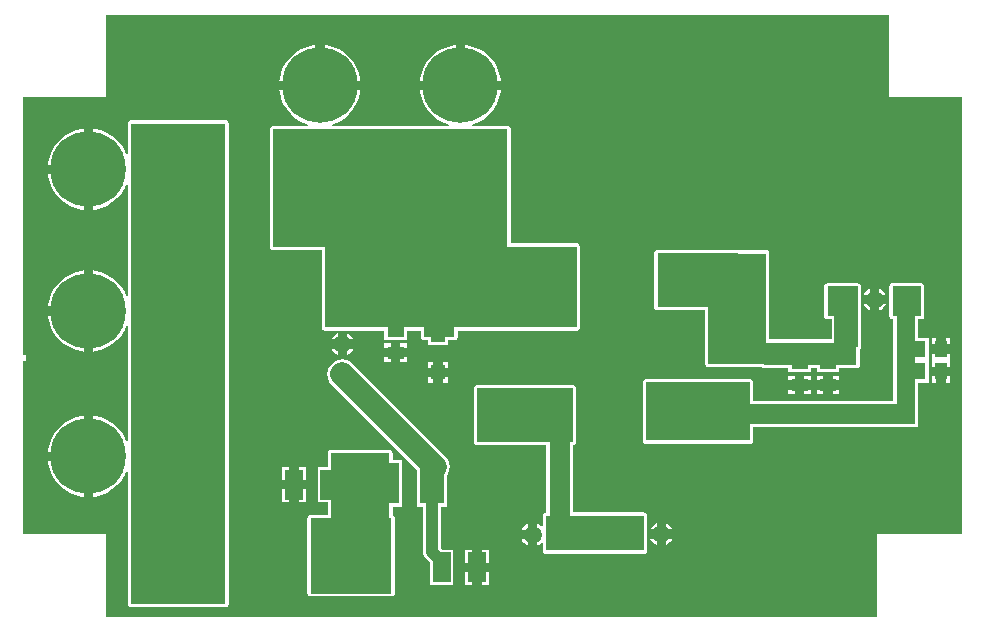
<source format=gtl>
G04*
G04 #@! TF.GenerationSoftware,Altium Limited,Altium Designer,20.0.12 (288)*
G04*
G04 Layer_Physical_Order=1*
G04 Layer_Color=255*
%FSLAX25Y25*%
%MOIN*%
G70*
G01*
G75*
%ADD15R,0.07874X0.13780*%
%ADD16R,0.04803X0.04724*%
%ADD17R,0.05512X0.04134*%
%ADD18R,0.04134X0.05512*%
%ADD19R,0.05906X0.09843*%
%ADD30C,0.07874*%
%ADD31C,0.03937*%
%ADD32R,0.19291X0.37008*%
%ADD33R,0.57480X0.06693*%
%ADD34R,0.34646X0.19685*%
%ADD35R,0.07087X0.27165*%
%ADD36R,0.31890X0.18110*%
%ADD37R,0.06299X0.34646*%
%ADD38R,0.07874X0.14961*%
%ADD39R,0.31102X0.07480*%
%ADD40R,0.10236X0.09843*%
%ADD41R,0.27165X0.18110*%
%ADD42R,0.32677X0.11811*%
%ADD43R,0.09449X0.10236*%
%ADD44R,0.10236X0.04724*%
%ADD45R,0.83957X0.27165*%
%ADD46R,0.78347X0.39370*%
%ADD47R,0.27165X0.25197*%
%ADD48R,0.19685X0.22441*%
%ADD49R,0.31496X1.60236*%
%ADD50R,0.05906X0.05906*%
%ADD51C,0.05906*%
%ADD52C,0.25197*%
%ADD53R,0.05512X0.09449*%
%ADD54C,0.02362*%
G36*
X292520Y204724D02*
Y177165D01*
X316929Y177165D01*
Y31496D01*
X288583D01*
Y3937D01*
X31496D01*
Y31496D01*
X3937D01*
Y89113D01*
X4437Y89264D01*
X4823Y88687D01*
Y90256D01*
Y91825D01*
X4437Y91247D01*
X3937Y91399D01*
Y177165D01*
X31496D01*
Y204724D01*
X292520Y204724D01*
D02*
G37*
%LPC*%
G36*
X151181Y194619D02*
Y182677D01*
X163123D01*
X163079Y183236D01*
X162579Y185318D01*
X161760Y187295D01*
X160642Y189120D01*
X159252Y190748D01*
X157624Y192138D01*
X155799Y193256D01*
X153821Y194075D01*
X151740Y194575D01*
X151181Y194619D01*
D02*
G37*
G36*
X104331D02*
Y182677D01*
X116272D01*
X116228Y183236D01*
X115729Y185318D01*
X114910Y187295D01*
X113791Y189120D01*
X112401Y190748D01*
X110774Y192138D01*
X108949Y193256D01*
X106971Y194075D01*
X104890Y194575D01*
X104331Y194619D01*
D02*
G37*
G36*
X101181D02*
X100622Y194575D01*
X98541Y194075D01*
X96563Y193256D01*
X94738Y192138D01*
X93111Y190748D01*
X91720Y189120D01*
X90602Y187295D01*
X89783Y185318D01*
X89283Y183236D01*
X89239Y182677D01*
X101181D01*
Y194619D01*
D02*
G37*
G36*
X148031D02*
X147473Y194575D01*
X145391Y194075D01*
X143414Y193256D01*
X141589Y192138D01*
X139961Y190748D01*
X138571Y189120D01*
X137452Y187295D01*
X136633Y185318D01*
X136134Y183236D01*
X136090Y182677D01*
X148031D01*
Y194619D01*
D02*
G37*
G36*
X71260Y169524D02*
X39764D01*
X39374Y169446D01*
X39043Y169225D01*
X38822Y168894D01*
X38744Y168504D01*
Y158235D01*
X38244Y158135D01*
X37744Y159342D01*
X36626Y161167D01*
X35236Y162795D01*
X33608Y164185D01*
X31783Y165303D01*
X29806Y166122D01*
X27724Y166622D01*
X27165Y166666D01*
Y153150D01*
Y139633D01*
X27724Y139677D01*
X29806Y140177D01*
X31783Y140996D01*
X33608Y142114D01*
X35236Y143504D01*
X36626Y145132D01*
X37744Y146957D01*
X38244Y148164D01*
X38744Y148064D01*
Y110991D01*
X38244Y110891D01*
X37744Y112098D01*
X36626Y113923D01*
X35236Y115551D01*
X33608Y116941D01*
X31783Y118059D01*
X29806Y118878D01*
X27724Y119378D01*
X27165Y119422D01*
Y105905D01*
Y92389D01*
X27724Y92433D01*
X29806Y92933D01*
X31783Y93752D01*
X33608Y94870D01*
X35236Y96260D01*
X36626Y97888D01*
X37744Y99713D01*
X38244Y100920D01*
X38744Y100820D01*
Y62566D01*
X38244Y62466D01*
X37744Y63673D01*
X36626Y65498D01*
X35236Y67126D01*
X33608Y68516D01*
X31783Y69634D01*
X29806Y70453D01*
X27724Y70953D01*
X27165Y70997D01*
Y57480D01*
Y43964D01*
X27724Y44008D01*
X29806Y44508D01*
X31783Y45327D01*
X33608Y46445D01*
X35236Y47835D01*
X36626Y49463D01*
X37744Y51288D01*
X38244Y52495D01*
X38744Y52395D01*
Y8268D01*
X38822Y7878D01*
X39043Y7547D01*
X39374Y7326D01*
X39764Y7248D01*
X71260D01*
X71650Y7326D01*
X71981Y7547D01*
X72202Y7878D01*
X72279Y8268D01*
Y168504D01*
X72202Y168894D01*
X71981Y169225D01*
X71650Y169446D01*
X71260Y169524D01*
D02*
G37*
G36*
X24016Y166666D02*
X23457Y166622D01*
X21375Y166122D01*
X19398Y165303D01*
X17573Y164185D01*
X15945Y162795D01*
X14555Y161167D01*
X13437Y159342D01*
X12618Y157365D01*
X12118Y155283D01*
X12074Y154724D01*
X24016D01*
Y166666D01*
D02*
G37*
G36*
Y151575D02*
X12074D01*
X12118Y151016D01*
X12618Y148934D01*
X13437Y146957D01*
X14555Y145132D01*
X15945Y143504D01*
X17573Y142114D01*
X19398Y140996D01*
X21375Y140177D01*
X23457Y139677D01*
X24016Y139633D01*
Y151575D01*
D02*
G37*
G36*
X289272Y113370D02*
Y111319D01*
X291323D01*
X291150Y111738D01*
X290516Y112563D01*
X289690Y113197D01*
X289272Y113370D01*
D02*
G37*
G36*
X286122Y113370D02*
X285703Y113197D01*
X284878Y112563D01*
X284244Y111738D01*
X284071Y111319D01*
X286122D01*
Y113370D01*
D02*
G37*
G36*
X24016Y119422D02*
X23457Y119378D01*
X21375Y118878D01*
X19398Y118059D01*
X17573Y116941D01*
X15945Y115551D01*
X14555Y113923D01*
X13437Y112098D01*
X12618Y110121D01*
X12118Y108039D01*
X12074Y107480D01*
X24016D01*
Y119422D01*
D02*
G37*
G36*
X286122Y108169D02*
X284071D01*
X284244Y107751D01*
X284878Y106925D01*
X285703Y106291D01*
X286122Y106118D01*
Y108169D01*
D02*
G37*
G36*
X291323D02*
X289272D01*
Y106118D01*
X289690Y106291D01*
X290516Y106925D01*
X291150Y107751D01*
X291323Y108169D01*
D02*
G37*
G36*
X111811Y98508D02*
Y96457D01*
X113862D01*
X113689Y96875D01*
X113055Y97701D01*
X112230Y98335D01*
X111811Y98508D01*
D02*
G37*
G36*
X108661D02*
X108243Y98335D01*
X107417Y97701D01*
X106783Y96875D01*
X106610Y96457D01*
X108661D01*
Y98508D01*
D02*
G37*
G36*
X312909Y97063D02*
X311417D01*
Y94882D01*
X312909D01*
Y97063D01*
D02*
G37*
G36*
X308268D02*
X306776D01*
Y94882D01*
X308268D01*
Y97063D01*
D02*
G37*
G36*
X116272Y179528D02*
X102756D01*
X89239D01*
X89283Y178969D01*
X89783Y176887D01*
X90602Y174910D01*
X91720Y173085D01*
X93111Y171457D01*
X94738Y170067D01*
X96563Y168949D01*
X98541Y168130D01*
X98851Y168055D01*
X98792Y167555D01*
X87008D01*
X86618Y167477D01*
X86287Y167256D01*
X86066Y166926D01*
X85988Y166535D01*
Y127165D01*
X86066Y126775D01*
X86287Y126444D01*
X86618Y126223D01*
X87008Y126146D01*
X103311D01*
Y100394D01*
X103389Y100004D01*
X103610Y99673D01*
X103940Y99452D01*
X104331Y99374D01*
X124197D01*
Y96244D01*
X131709D01*
Y99374D01*
X136382D01*
Y97244D01*
X136460Y96854D01*
X136681Y96523D01*
X137011Y96302D01*
X137402Y96224D01*
X138724D01*
Y94669D01*
X145528D01*
Y96224D01*
X147638D01*
X148028Y96302D01*
X148359Y96523D01*
X148580Y96854D01*
X148657Y97244D01*
Y99374D01*
X188287D01*
X188678Y99452D01*
X189008Y99673D01*
X189229Y100004D01*
X189307Y100394D01*
Y127559D01*
X189229Y127949D01*
X189008Y128280D01*
X188678Y128501D01*
X188287Y128579D01*
X166374D01*
Y166535D01*
X166296Y166926D01*
X166075Y167256D01*
X165744Y167477D01*
X165354Y167555D01*
X153570D01*
X153511Y168055D01*
X153821Y168130D01*
X155799Y168949D01*
X157624Y170067D01*
X159252Y171457D01*
X160642Y173085D01*
X161760Y174910D01*
X162579Y176887D01*
X163079Y178969D01*
X163123Y179528D01*
X149606D01*
X136090D01*
X136134Y178969D01*
X136633Y176887D01*
X137452Y174910D01*
X138571Y173085D01*
X139961Y171457D01*
X141589Y170067D01*
X143414Y168949D01*
X145391Y168130D01*
X145701Y168055D01*
X145642Y167555D01*
X106720D01*
X106661Y168055D01*
X106971Y168130D01*
X108949Y168949D01*
X110774Y170067D01*
X112401Y171457D01*
X113791Y173085D01*
X114910Y174910D01*
X115729Y176887D01*
X116228Y178969D01*
X116272Y179528D01*
D02*
G37*
G36*
X131709Y95095D02*
X129528D01*
Y93602D01*
X131709D01*
Y95095D01*
D02*
G37*
G36*
X126378D02*
X124197D01*
Y93602D01*
X126378D01*
Y95095D01*
D02*
G37*
G36*
X24016Y104331D02*
X12074D01*
X12118Y103772D01*
X12618Y101690D01*
X13437Y99713D01*
X14555Y97888D01*
X15945Y96260D01*
X17573Y94870D01*
X19398Y93752D01*
X21375Y92933D01*
X23457Y92433D01*
X24016Y92389D01*
Y104331D01*
D02*
G37*
G36*
X113862Y93307D02*
X111811D01*
Y91256D01*
X112230Y91429D01*
X113055Y92063D01*
X113689Y92888D01*
X113862Y93307D01*
D02*
G37*
G36*
X108661D02*
X106610D01*
X106783Y92888D01*
X107417Y92063D01*
X108243Y91429D01*
X108661Y91256D01*
Y93307D01*
D02*
G37*
G36*
X131709Y90453D02*
X129528D01*
Y88961D01*
X131709D01*
Y90453D01*
D02*
G37*
G36*
X126378D02*
X124197D01*
Y88961D01*
X126378D01*
Y90453D01*
D02*
G37*
G36*
X312909Y91732D02*
X309842D01*
X306776D01*
Y89551D01*
Y87402D01*
X309842D01*
X312909D01*
Y89551D01*
Y91732D01*
D02*
G37*
G36*
X145528Y88795D02*
X143701D01*
Y87008D01*
X145528D01*
Y88795D01*
D02*
G37*
G36*
X140551D02*
X138724D01*
Y87008D01*
X140551D01*
Y88795D01*
D02*
G37*
G36*
X242224Y126315D02*
X215059D01*
X214669Y126237D01*
X214338Y126016D01*
X214117Y125685D01*
X214039Y125295D01*
Y107185D01*
X214117Y106795D01*
X214338Y106464D01*
X214669Y106243D01*
X215059Y106165D01*
X231264D01*
Y88189D01*
X231342Y87799D01*
X231562Y87468D01*
X231893Y87247D01*
X232283Y87169D01*
X250120D01*
X250299Y87050D01*
X250689Y86972D01*
X258941D01*
Y85516D01*
X266453D01*
Y86972D01*
X268390D01*
Y85516D01*
X275902D01*
Y86972D01*
X281791D01*
X282182Y87050D01*
X282512Y87271D01*
X282733Y87602D01*
X282811Y87992D01*
Y93113D01*
X282906Y93177D01*
X283127Y93507D01*
X283205Y93898D01*
Y108858D01*
X283127Y109248D01*
X283106Y109280D01*
Y114075D01*
X283029Y114465D01*
X282808Y114796D01*
X282477Y115017D01*
X282087Y115094D01*
X271850D01*
X271460Y115017D01*
X271129Y114796D01*
X270908Y114465D01*
X270831Y114075D01*
Y104232D01*
X270908Y103842D01*
X271129Y103511D01*
X271460Y103290D01*
X271850Y103213D01*
X273291D01*
Y96492D01*
X252594D01*
Y125197D01*
X252517Y125587D01*
X252296Y125918D01*
X251965Y126139D01*
X251575Y126216D01*
X242646D01*
X242615Y126237D01*
X242224Y126315D01*
D02*
G37*
G36*
X275902Y84366D02*
X273721D01*
Y82874D01*
X275902D01*
Y84366D01*
D02*
G37*
G36*
X270571D02*
X268390D01*
Y82874D01*
X270571D01*
Y84366D01*
D02*
G37*
G36*
X266453D02*
X264272D01*
Y82874D01*
X266453D01*
Y84366D01*
D02*
G37*
G36*
X261122D02*
X258941D01*
Y82874D01*
X261122D01*
Y84366D01*
D02*
G37*
G36*
X312909Y84252D02*
X311417D01*
Y82071D01*
X312909D01*
Y84252D01*
D02*
G37*
G36*
X308268D02*
X306776D01*
Y82071D01*
X308268D01*
Y84252D01*
D02*
G37*
G36*
X145528Y83858D02*
X143701D01*
Y82071D01*
X145528D01*
Y83858D01*
D02*
G37*
G36*
X140551D02*
X138724D01*
Y82071D01*
X140551D01*
Y83858D01*
D02*
G37*
G36*
X275902Y79724D02*
X273721D01*
Y78232D01*
X275902D01*
Y79724D01*
D02*
G37*
G36*
X270571D02*
X268390D01*
Y78232D01*
X270571D01*
Y79724D01*
D02*
G37*
G36*
X266453D02*
X264272D01*
Y78232D01*
X266453D01*
Y79724D01*
D02*
G37*
G36*
X261122D02*
X258941D01*
Y78232D01*
X261122D01*
Y79724D01*
D02*
G37*
G36*
X303063Y115377D02*
X293614D01*
X293224Y115300D01*
X292893Y115079D01*
X292672Y114748D01*
X292594Y114358D01*
Y104121D01*
X292672Y103731D01*
X292893Y103401D01*
X293224Y103179D01*
X293614Y103102D01*
X293862D01*
Y75823D01*
X247083D01*
Y82284D01*
X247005Y82674D01*
X246784Y83004D01*
X246453Y83225D01*
X246063Y83303D01*
X211417D01*
X211027Y83225D01*
X210696Y83004D01*
X210475Y82674D01*
X210398Y82284D01*
Y62598D01*
X210475Y62208D01*
X210696Y61878D01*
X211027Y61656D01*
X211417Y61579D01*
X246063D01*
X246453Y61656D01*
X246784Y61878D01*
X247005Y62208D01*
X247083Y62598D01*
Y67091D01*
X301181D01*
X301571Y67168D01*
X301902Y67389D01*
X302123Y67720D01*
X302201Y68110D01*
Y74803D01*
Y82071D01*
X305626D01*
Y89551D01*
Y97063D01*
X302201D01*
Y103102D01*
X303063D01*
X303453Y103179D01*
X303784Y103401D01*
X304005Y103731D01*
X304082Y104121D01*
Y114358D01*
X304005Y114748D01*
X303784Y115079D01*
X303453Y115300D01*
X303063Y115377D01*
D02*
G37*
G36*
X24016Y70997D02*
X23457Y70953D01*
X21375Y70453D01*
X19398Y69634D01*
X17573Y68516D01*
X15945Y67126D01*
X14555Y65498D01*
X13437Y63673D01*
X12618Y61695D01*
X12118Y59614D01*
X12074Y59055D01*
X24016D01*
Y70997D01*
D02*
G37*
G36*
X98047Y53953D02*
X95669D01*
Y49606D01*
X98047D01*
Y53953D01*
D02*
G37*
G36*
X92520D02*
X90142D01*
Y49606D01*
X92520D01*
Y53953D01*
D02*
G37*
G36*
X24016Y55905D02*
X12074D01*
X12118Y55347D01*
X12618Y53265D01*
X13437Y51288D01*
X14555Y49463D01*
X15945Y47835D01*
X17573Y46445D01*
X19398Y45327D01*
X21375Y44508D01*
X23457Y44008D01*
X24016Y43964D01*
Y55905D01*
D02*
G37*
G36*
X98047Y46457D02*
X95669D01*
Y42110D01*
X98047D01*
Y46457D01*
D02*
G37*
G36*
X92520D02*
X90142D01*
Y42110D01*
X92520D01*
Y46457D01*
D02*
G37*
G36*
X187008Y81335D02*
X155118D01*
X154728Y81257D01*
X154397Y81036D01*
X154176Y80705D01*
X154098Y80315D01*
Y62205D01*
X154176Y61814D01*
X154397Y61484D01*
X154728Y61263D01*
X155118Y61185D01*
X178114D01*
Y38815D01*
X178051D01*
X177661Y38737D01*
X177330Y38516D01*
X177109Y38185D01*
X177032Y37795D01*
Y34225D01*
X176558Y34064D01*
X176441Y34217D01*
X175616Y34850D01*
X175197Y35024D01*
Y31398D01*
Y27771D01*
X175616Y27945D01*
X176441Y28578D01*
X176558Y28731D01*
X177032Y28570D01*
Y25984D01*
X177109Y25594D01*
X177330Y25263D01*
X177661Y25042D01*
X178051Y24965D01*
X210728D01*
X211119Y25042D01*
X211449Y25263D01*
X211670Y25594D01*
X211748Y25984D01*
Y37795D01*
X211670Y38185D01*
X211449Y38516D01*
X211119Y38737D01*
X210728Y38815D01*
X187240D01*
Y61231D01*
X187398Y61263D01*
X187729Y61484D01*
X187950Y61814D01*
X188028Y62205D01*
Y80315D01*
X187950Y80705D01*
X187729Y81036D01*
X187398Y81257D01*
X187008Y81335D01*
D02*
G37*
G36*
X218110Y35221D02*
Y33169D01*
X220162D01*
X219988Y33588D01*
X219355Y34414D01*
X218529Y35047D01*
X218110Y35221D01*
D02*
G37*
G36*
X214961Y35221D02*
X214542Y35047D01*
X213716Y34414D01*
X213083Y33588D01*
X212909Y33169D01*
X214961D01*
Y35221D01*
D02*
G37*
G36*
X172047Y35024D02*
X171629Y34850D01*
X170803Y34217D01*
X170169Y33391D01*
X169996Y32972D01*
X172047D01*
Y35024D01*
D02*
G37*
G36*
X220162Y30020D02*
X218110D01*
Y27968D01*
X218529Y28142D01*
X219355Y28775D01*
X219988Y29601D01*
X220162Y30020D01*
D02*
G37*
G36*
X214961D02*
X212909D01*
X213083Y29601D01*
X213716Y28775D01*
X214542Y28142D01*
X214961Y27968D01*
Y30020D01*
D02*
G37*
G36*
X172047Y29823D02*
X169996D01*
X170169Y29404D01*
X170803Y28578D01*
X171629Y27945D01*
X172047Y27771D01*
Y29823D01*
D02*
G37*
G36*
X159071Y26394D02*
X156693D01*
Y22047D01*
X159071D01*
Y26394D01*
D02*
G37*
G36*
X153543D02*
X151165D01*
Y22047D01*
X153543D01*
Y26394D01*
D02*
G37*
G36*
X159071Y18898D02*
X156693D01*
Y14551D01*
X159071D01*
Y18898D01*
D02*
G37*
G36*
X153543D02*
X151165D01*
Y14551D01*
X153543D01*
Y18898D01*
D02*
G37*
G36*
X110236Y89862D02*
X108947Y89692D01*
X107746Y89194D01*
X106715Y88403D01*
X105924Y87372D01*
X105426Y86171D01*
X105257Y84882D01*
X105426Y83593D01*
X105924Y82392D01*
X106715Y81361D01*
X135221Y52855D01*
Y40535D01*
X137163D01*
Y25591D01*
X137265Y24816D01*
X137565Y24093D01*
X138040Y23473D01*
X139354Y22159D01*
Y14551D01*
X147260D01*
Y26394D01*
X143589D01*
X143152Y26831D01*
Y40535D01*
X145095D01*
Y51199D01*
X145376Y51565D01*
X145873Y52766D01*
X146043Y54055D01*
X145873Y55344D01*
X145376Y56545D01*
X144584Y57576D01*
X113757Y88403D01*
X112726Y89194D01*
X111525Y89692D01*
X110236Y89862D01*
D02*
G37*
G36*
X125984Y59681D02*
X106299D01*
X105909Y59603D01*
X105578Y59382D01*
X105357Y59052D01*
X105280Y58661D01*
Y53953D01*
X101953D01*
Y42110D01*
X105280D01*
Y38028D01*
X99606D01*
X99216Y37950D01*
X98885Y37729D01*
X98664Y37398D01*
X98587Y37008D01*
Y11811D01*
X98664Y11421D01*
X98885Y11090D01*
X99216Y10869D01*
X99606Y10791D01*
X126772D01*
X127162Y10869D01*
X127493Y11090D01*
X127714Y11421D01*
X127791Y11811D01*
Y37008D01*
X127714Y37398D01*
X127493Y37729D01*
X127162Y37950D01*
X127004Y37981D01*
Y40535D01*
X130134D01*
Y56315D01*
X127004D01*
Y58661D01*
X126926Y59052D01*
X126705Y59382D01*
X126374Y59603D01*
X125984Y59681D01*
D02*
G37*
%LPD*%
D15*
X125197Y48425D02*
D03*
X140157D02*
D03*
D16*
X142126Y85433D02*
D03*
Y98032D02*
D03*
D17*
X272146Y88583D02*
D03*
Y81299D02*
D03*
X262697Y88583D02*
D03*
Y81299D02*
D03*
X127953Y99311D02*
D03*
Y92028D02*
D03*
D18*
X302559Y85827D02*
D03*
X309842D02*
D03*
X302559Y93307D02*
D03*
X309842D02*
D03*
D19*
X143307Y20472D02*
D03*
X155118D02*
D03*
X105905Y48031D02*
D03*
X94095D02*
D03*
D30*
X110236Y84882D02*
X141063Y54055D01*
D31*
X143307Y20472D02*
Y22441D01*
X140157Y25591D02*
X143307Y22441D01*
X140157Y25591D02*
Y48425D01*
D32*
X241929Y106693D02*
D03*
D33*
X272441Y71457D02*
D03*
D34*
X228740Y72441D02*
D03*
D35*
X182677Y49803D02*
D03*
D36*
X171063Y71260D02*
D03*
D37*
X298031Y88189D02*
D03*
D38*
X278248Y101378D02*
D03*
D39*
X266240Y91732D02*
D03*
D40*
X276969Y109153D02*
D03*
D41*
X228642Y116240D02*
D03*
D42*
X194390Y31890D02*
D03*
D43*
X298338Y109239D02*
D03*
D44*
X142520Y99606D02*
D03*
D45*
X146309Y113976D02*
D03*
D46*
X126181Y146850D02*
D03*
D47*
X113189Y24409D02*
D03*
D48*
X116142Y47441D02*
D03*
D49*
X55512Y88386D02*
D03*
D50*
X277697Y109744D02*
D03*
D51*
X287697D02*
D03*
X297697D02*
D03*
X110236Y84882D02*
D03*
Y94882D02*
D03*
Y104882D02*
D03*
X206693Y31594D02*
D03*
X216535D02*
D03*
X173622Y31398D02*
D03*
X183465D02*
D03*
D52*
X149606Y152756D02*
D03*
Y181102D02*
D03*
X102756Y152756D02*
D03*
Y181102D02*
D03*
X53937Y105905D02*
D03*
X25591D02*
D03*
X53937Y57480D02*
D03*
X25591D02*
D03*
X53937Y153150D02*
D03*
X25591D02*
D03*
D53*
X219685Y71752D02*
D03*
X237795Y71732D02*
D03*
X179921Y71752D02*
D03*
X161614Y71732D02*
D03*
X179823Y115847D02*
D03*
X161713Y115866D02*
D03*
X219587Y115847D02*
D03*
X237894Y115866D02*
D03*
X64173Y20472D02*
D03*
X46063Y20492D02*
D03*
X103937Y20472D02*
D03*
X122244Y20492D02*
D03*
D54*
X242126Y194882D02*
D03*
X277165D02*
D03*
X277559Y163779D02*
D03*
X305118Y142126D02*
D03*
X287008Y127165D02*
D03*
X310236Y108661D02*
D03*
X287402Y86221D02*
D03*
X258268Y14173D02*
D03*
X268898Y34252D02*
D03*
X286614Y53543D02*
D03*
X307874Y37795D02*
D03*
X170374Y52559D02*
D03*
X193996Y41634D02*
D03*
X310630Y71260D02*
D03*
X186713Y95571D02*
D03*
X226378Y94488D02*
D03*
X181595Y14764D02*
D03*
X156693Y55512D02*
D03*
X242815Y38583D02*
D03*
X230807Y50984D02*
D03*
X222835Y21555D02*
D03*
X33957Y170571D02*
D03*
X80512Y192224D02*
D03*
X125984Y172933D02*
D03*
X172638Y175984D02*
D03*
X100295Y94980D02*
D03*
X118602Y95079D02*
D03*
X209941Y112303D02*
D03*
X204429Y79331D02*
D03*
X207677Y45965D02*
D03*
X194095Y57087D02*
D03*
X213189Y19094D02*
D03*
X167126Y23917D02*
D03*
X156398Y9547D02*
D03*
X118898Y63090D02*
D03*
X78937Y12303D02*
D03*
X33957Y39272D02*
D03*
X8661Y38681D02*
D03*
X11417Y76968D02*
D03*
X6398Y90256D02*
D03*
X32874Y81398D02*
D03*
X9449Y170374D02*
D03*
X11713Y131595D02*
D03*
X30709Y129331D02*
D03*
X56595Y181398D02*
D03*
X77756Y161319D02*
D03*
X259055Y104724D02*
D03*
X249705Y56201D02*
D03*
X229232Y35531D02*
D03*
X169587Y42520D02*
D03*
X153839Y43406D02*
D03*
X133465Y18602D02*
D03*
X88583Y31299D02*
D03*
X80512Y45571D02*
D03*
X94291Y61614D02*
D03*
X77264Y70965D02*
D03*
X76673Y122441D02*
D03*
X124409Y84153D02*
D03*
X137598Y76772D02*
D03*
X153051Y83366D02*
D03*
X177953Y84252D02*
D03*
X198130Y153740D02*
D03*
X126969Y194095D02*
D03*
X173819Y194488D02*
D03*
X187205Y161024D02*
D03*
X229528Y134449D02*
D03*
X241240Y164567D02*
D03*
M02*

</source>
